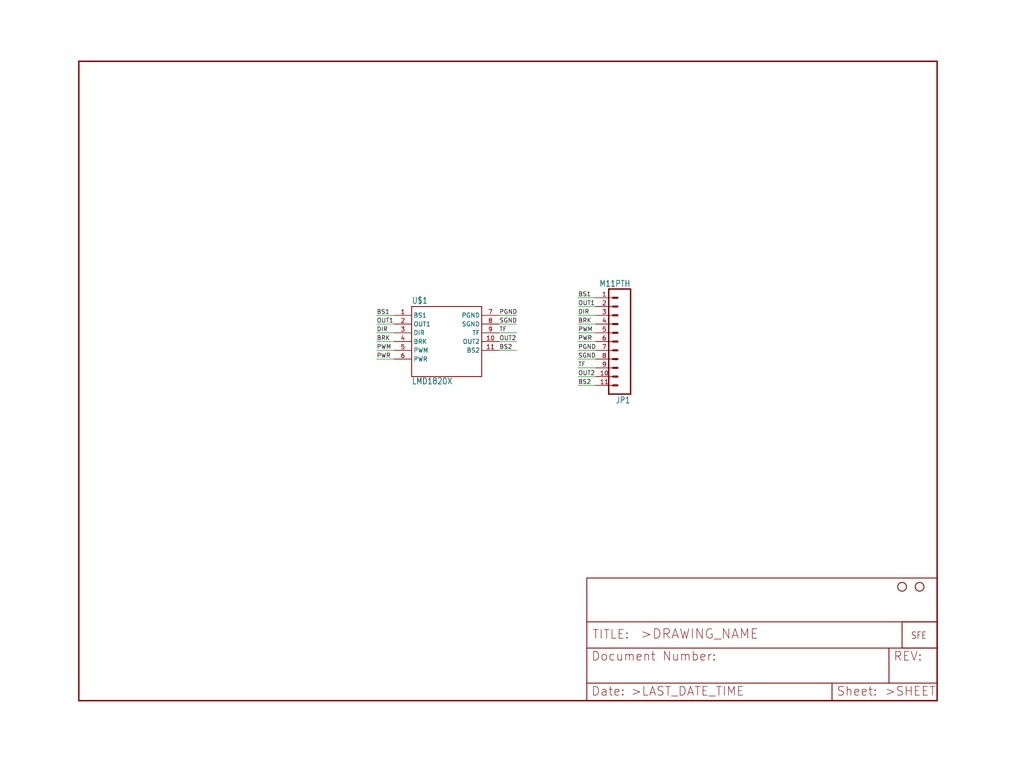
<source format=kicad_sch>
(kicad_sch (version 20211123) (generator eeschema)
  (paper "User" 297.002 223.926)
  (lib_symbols
    (symbol "schematicEagle-eagle-import:FRAME-LETTER"
      (symbol "FRAME-LETTER_1_0"
        (polyline (pts (xy 0 0) (xy 248.92 0)) (stroke (width 0.4064)))
        (polyline (pts (xy 0 185.42) (xy 0 0)) (stroke (width 0.4064)))
        (polyline (pts (xy 0 185.42) (xy 248.92 185.42)) (stroke (width 0.4064)))
        (polyline (pts (xy 248.92 185.42) (xy 248.92 0)) (stroke (width 0.4064)))
      )
      (symbol "FRAME-LETTER_2_0"
        (polyline (pts (xy 0 0) (xy 0 5.08)) (stroke (width 0.254)))
        (polyline (pts (xy 0 0) (xy 71.12 0)) (stroke (width 0.254)))
        (polyline (pts (xy 0 5.08) (xy 0 15.24)) (stroke (width 0.254)))
        (polyline (pts (xy 0 5.08) (xy 71.12 5.08)) (stroke (width 0.254)))
        (polyline (pts (xy 0 15.24) (xy 0 22.86)) (stroke (width 0.254)))
        (polyline (pts (xy 0 22.86) (xy 0 35.56)) (stroke (width 0.254)))
        (polyline (pts (xy 0 22.86) (xy 101.6 22.86)) (stroke (width 0.254)))
        (polyline (pts (xy 71.12 0) (xy 101.6 0)) (stroke (width 0.254)))
        (polyline (pts (xy 71.12 5.08) (xy 71.12 0)) (stroke (width 0.254)))
        (polyline (pts (xy 71.12 5.08) (xy 87.63 5.08)) (stroke (width 0.254)))
        (polyline (pts (xy 87.63 5.08) (xy 101.6 5.08)) (stroke (width 0.254)))
        (polyline (pts (xy 87.63 15.24) (xy 0 15.24)) (stroke (width 0.254)))
        (polyline (pts (xy 87.63 15.24) (xy 87.63 5.08)) (stroke (width 0.254)))
        (polyline (pts (xy 101.6 5.08) (xy 101.6 0)) (stroke (width 0.254)))
        (polyline (pts (xy 101.6 15.24) (xy 87.63 15.24)) (stroke (width 0.254)))
        (polyline (pts (xy 101.6 15.24) (xy 101.6 5.08)) (stroke (width 0.254)))
        (polyline (pts (xy 101.6 22.86) (xy 101.6 15.24)) (stroke (width 0.254)))
        (polyline (pts (xy 101.6 35.56) (xy 0 35.56)) (stroke (width 0.254)))
        (polyline (pts (xy 101.6 35.56) (xy 101.6 22.86)) (stroke (width 0.254)))
        (text ">DRAWING_NAME" (at 15.494 17.78 0) (effects (font (size 2.7432 2.7432)) (justify left bottom)))
        (text ">LAST_DATE_TIME" (at 12.7 1.27 0) (effects (font (size 2.54 2.54)) (justify left bottom)))
        (text ">SHEET" (at 86.36 1.27 0) (effects (font (size 2.54 2.54)) (justify left bottom)))
        (text "Date:" (at 1.27 1.27 0) (effects (font (size 2.54 2.54)) (justify left bottom)))
        (text "Document Number:" (at 1.27 11.43 0) (effects (font (size 2.54 2.54)) (justify left bottom)))
        (text "REV:" (at 88.9 11.43 0) (effects (font (size 2.54 2.54)) (justify left bottom)))
        (text "Sheet:" (at 72.39 1.27 0) (effects (font (size 2.54 2.54)) (justify left bottom)))
        (text "TITLE:" (at 1.524 17.78 0) (effects (font (size 2.54 2.54)) (justify left bottom)))
      )
    )
    (symbol "schematicEagle-eagle-import:LMD1820X"
      (property "Value" "LMD1820X" (at -10.16 -12.446 0))
      (symbol "LMD1820X_1_0"
        (polyline (pts (xy -10.16 -10.16) (xy 10.16 -10.16)) (stroke (width 0.254)))
        (polyline (pts (xy -10.16 10.16) (xy -10.16 -10.16)) (stroke (width 0.254)))
        (polyline (pts (xy 10.16 -10.16) (xy 10.16 10.16)) (stroke (width 0.254)))
        (polyline (pts (xy 10.16 10.16) (xy -10.16 10.16)) (stroke (width 0.254)))
        (pin bidirectional line (at -15.24 7.62 0) (length 5.08) (name "BS1") (number "1"))
        (pin bidirectional line (at 15.24 0 180) (length 5.08) (name "OUT2") (number "10"))
        (pin bidirectional line (at 15.24 -2.54 180) (length 5.08) (name "BS2") (number "11"))
        (pin bidirectional line (at -15.24 5.08 0) (length 5.08) (name "OUT1") (number "2"))
        (pin bidirectional line (at -15.24 2.54 0) (length 5.08) (name "DIR") (number "3"))
        (pin bidirectional line (at -15.24 0 0) (length 5.08) (name "BRK") (number "4"))
        (pin bidirectional line (at -15.24 -2.54 0) (length 5.08) (name "PWM") (number "5"))
        (pin bidirectional line (at -15.24 -5.08 0) (length 5.08) (name "PWR") (number "6"))
        (pin bidirectional line (at 15.24 7.62 180) (length 5.08) (name "PGND") (number "7"))
        (pin bidirectional line (at 15.24 5.08 180) (length 5.08) (name "SGND") (number "8"))
        (pin bidirectional line (at 15.24 2.54 180) (length 5.08) (name "TF") (number "9"))
      )
    )
    (symbol "schematicEagle-eagle-import:LOGO-SFENEW"
      (symbol "LOGO-SFENEW_1_0"
        (polyline (pts (xy -2.54 -2.54) (xy 7.62 -2.54)) (stroke (width 0.254)))
        (polyline (pts (xy -2.54 5.08) (xy -2.54 -2.54)) (stroke (width 0.254)))
        (polyline (pts (xy 7.62 -2.54) (xy 7.62 5.08)) (stroke (width 0.254)))
        (polyline (pts (xy 7.62 5.08) (xy -2.54 5.08)) (stroke (width 0.254)))
        (text "SFE" (at 0 0 0) (effects (font (size 1.9304 1.6408)) (justify left bottom)))
      )
    )
    (symbol "schematicEagle-eagle-import:M11PTH"
      (property "Reference" "JP" (at 0 16.002 0))
      (property "Value" "M11PTH" (at 0 -17.78 0))
      (symbol "M11PTH_1_0"
        (polyline (pts (xy 0 15.24) (xy 0 -15.24)) (stroke (width 0.4064)))
        (polyline (pts (xy 0 15.24) (xy 6.35 15.24)) (stroke (width 0.4064)))
        (polyline (pts (xy 3.81 -12.7) (xy 5.08 -12.7)) (stroke (width 0.6096)))
        (polyline (pts (xy 3.81 -10.16) (xy 5.08 -10.16)) (stroke (width 0.6096)))
        (polyline (pts (xy 3.81 -7.62) (xy 5.08 -7.62)) (stroke (width 0.6096)))
        (polyline (pts (xy 3.81 -5.08) (xy 5.08 -5.08)) (stroke (width 0.6096)))
        (polyline (pts (xy 3.81 -2.54) (xy 5.08 -2.54)) (stroke (width 0.6096)))
        (polyline (pts (xy 3.81 0) (xy 5.08 0)) (stroke (width 0.6096)))
        (polyline (pts (xy 3.81 2.54) (xy 5.08 2.54)) (stroke (width 0.6096)))
        (polyline (pts (xy 3.81 5.08) (xy 5.08 5.08)) (stroke (width 0.6096)))
        (polyline (pts (xy 3.81 7.62) (xy 5.08 7.62)) (stroke (width 0.6096)))
        (polyline (pts (xy 3.81 10.16) (xy 5.08 10.16)) (stroke (width 0.6096)))
        (polyline (pts (xy 3.81 12.7) (xy 5.08 12.7)) (stroke (width 0.6096)))
        (polyline (pts (xy 6.35 -15.24) (xy 0 -15.24)) (stroke (width 0.4064)))
        (polyline (pts (xy 6.35 -15.24) (xy 6.35 15.24)) (stroke (width 0.4064)))
        (pin passive line (at 10.16 -12.7 180) (length 5.08) (name "1") (number "1"))
        (pin passive line (at 10.16 10.16 180) (length 5.08) (name "10") (number "10"))
        (pin passive line (at 10.16 12.7 180) (length 5.08) (name "11") (number "11"))
        (pin passive line (at 10.16 -10.16 180) (length 5.08) (name "2") (number "2"))
        (pin passive line (at 10.16 -7.62 180) (length 5.08) (name "3") (number "3"))
        (pin passive line (at 10.16 -5.08 180) (length 5.08) (name "4") (number "4"))
        (pin passive line (at 10.16 -2.54 180) (length 5.08) (name "5") (number "5"))
        (pin passive line (at 10.16 0 180) (length 5.08) (name "6") (number "6"))
        (pin passive line (at 10.16 2.54 180) (length 5.08) (name "7") (number "7"))
        (pin passive line (at 10.16 5.08 180) (length 5.08) (name "8") (number "8"))
        (pin passive line (at 10.16 7.62 180) (length 5.08) (name "9") (number "9"))
      )
    )
    (symbol "schematicEagle-eagle-import:STAND-OFF"
      (symbol "STAND-OFF_1_0"
        (circle (center 0 0) (radius 1.27) (stroke (width 0.254)))
      )
    )
  )
  (wire (pts (xy 144.78 96.52) (xy 149.86 96.52)))
  (wire (pts (xy 172.72 109.22) (xy 167.64 109.22)))
  (wire (pts (xy 144.78 99.06) (xy 149.86 99.06)))
  (wire (pts (xy 172.72 106.68) (xy 167.64 106.68)))
  (wire (pts (xy 172.72 91.44) (xy 167.64 91.44)))
  (wire (pts (xy 172.72 101.6) (xy 167.64 101.6)))
  (wire (pts (xy 172.72 111.76) (xy 167.64 111.76)))
  (wire (pts (xy 114.3 99.06) (xy 109.22 99.06)))
  (wire (pts (xy 172.72 99.06) (xy 167.64 99.06)))
  (wire (pts (xy 172.72 86.36) (xy 167.64 86.36)))
  (wire (pts (xy 144.78 101.6) (xy 149.86 101.6)))
  (wire (pts (xy 172.72 93.98) (xy 167.64 93.98)))
  (wire (pts (xy 144.78 91.44) (xy 149.86 91.44)))
  (wire (pts (xy 114.3 101.6) (xy 109.22 101.6)))
  (wire (pts (xy 172.72 96.52) (xy 167.64 96.52)))
  (wire (pts (xy 144.78 93.98) (xy 149.86 93.98)))
  (wire (pts (xy 114.3 91.44) (xy 109.22 91.44)))
  (wire (pts (xy 114.3 104.14) (xy 109.22 104.14)))
  (wire (pts (xy 172.72 88.9) (xy 167.64 88.9)))
  (wire (pts (xy 172.72 104.14) (xy 167.64 104.14)))
  (wire (pts (xy 114.3 96.52) (xy 109.22 96.52)))
  (wire (pts (xy 114.3 93.98) (xy 109.22 93.98)))
  (label "TF" (at 167.64 106.68 0) (effects (font (size 1.2446 1.2446))))
  (label "BRK" (at 109.22 99.06 0) (effects (font (size 1.2446 1.2446))))
  (label "SGND" (at 167.64 104.14 0) (effects (font (size 1.2446 1.2446))))
  (label "BS2" (at 144.78 101.6 0) (effects (font (size 1.2446 1.2446))))
  (label "BS2" (at 167.64 111.76 0) (effects (font (size 1.2446 1.2446))))
  (label "PGND" (at 144.78 91.44 0) (effects (font (size 1.2446 1.2446))))
  (label "BS1" (at 167.64 86.36 0) (effects (font (size 1.2446 1.2446))))
  (label "DIR" (at 109.22 96.52 0) (effects (font (size 1.2446 1.2446))))
  (label "PWM" (at 109.22 101.6 0) (effects (font (size 1.2446 1.2446))))
  (label "OUT2" (at 167.64 109.22 0) (effects (font (size 1.2446 1.2446))))
  (label "PWM" (at 167.64 96.52 0) (effects (font (size 1.2446 1.2446))))
  (label "PWR" (at 167.64 99.06 0) (effects (font (size 1.2446 1.2446))))
  (label "OUT2" (at 144.78 99.06 0) (effects (font (size 1.2446 1.2446))))
  (label "OUT1" (at 109.22 93.98 0) (effects (font (size 1.2446 1.2446))))
  (label "DIR" (at 167.64 91.44 0) (effects (font (size 1.2446 1.2446))))
  (label "SGND" (at 144.78 93.98 0) (effects (font (size 1.2446 1.2446))))
  (label "TF" (at 144.78 96.52 0) (effects (font (size 1.2446 1.2446))))
  (label "BRK" (at 167.64 93.98 0) (effects (font (size 1.2446 1.2446))))
  (label "PGND" (at 167.64 101.6 0) (effects (font (size 1.2446 1.2446))))
  (label "OUT1" (at 167.64 88.9 0) (effects (font (size 1.2446 1.2446))))
  (label "PWR" (at 109.22 104.14 0) (effects (font (size 1.2446 1.2446))))
  (label "BS1" (at 109.22 91.44 0) (effects (font (size 1.2446 1.2446))))
  (symbol (lib_id "schematicEagle-eagle-import:FRAME-LETTER") (at 22.86 203.2 0) (unit 1)
    (property "Reference" "#FRAME1" (effects hide))
    (property "Value" "FRAME-LETTER" (effects hide))
    (property "Footprint" "schematicEagle:" (effects hide))
  )
  (symbol (lib_id "schematicEagle-eagle-import:M11PTH") (at 182.88 99.06 180) (unit 1)
    (property "Reference" "JP1" (at 182.88 115.062 0) (effects (font (size 1.778 1.5113)) (justify left bottom)))
    (property "Value" "M11PTH" (at 182.88 81.28 0) (effects (font (size 1.778 1.5113)) (justify left bottom)))
    (property "Footprint" "schematicEagle:1X11" (effects hide))
  )
  (symbol (lib_id "schematicEagle-eagle-import:LMD1820X") (at 129.54 99.06 0) (unit 1)
    (property "Reference" "U$1" (at 119.38 88.138 0) (effects (font (size 1.778 1.5113)) (justify left bottom)))
    (property "Value" "LMD1820X" (at 119.38 111.506 0) (effects (font (size 1.778 1.5113)) (justify left bottom)))
    (property "Footprint" "schematicEagle:TO-220-11LEAD" (effects hide))
  )
  (symbol (lib_id "schematicEagle-eagle-import:LOGO-SFENEW") (at 264.16 185.42 0) (unit 1)
    (property "Reference" "JP5" (effects hide))
    (property "Value" "LOGO-SFENEW" (effects hide))
    (property "Footprint" "schematicEagle:SFE-NEW-WEBLOGO" (effects hide))
  )
  (symbol (lib_id "schematicEagle-eagle-import:STAND-OFF") (at 261.62 170.18 0) (unit 1)
    (property "Reference" "JP3" (effects hide))
    (property "Value" "STAND-OFF" (effects hide))
    (property "Footprint" "schematicEagle:STAND-OFF" (effects hide))
  )
  (symbol (lib_id "schematicEagle-eagle-import:FRAME-LETTER") (at 170.18 203.2 0) (unit 2)
    (property "Reference" "#FRAME1" (effects hide))
    (property "Value" "FRAME-LETTER" (effects hide))
    (property "Footprint" "schematicEagle:" (effects hide))
  )
  (symbol (lib_id "schematicEagle-eagle-import:STAND-OFF") (at 266.7 170.18 0) (unit 1)
    (property "Reference" "JP2" (effects hide))
    (property "Value" "STAND-OFF" (effects hide))
    (property "Footprint" "schematicEagle:STAND-OFF" (effects hide))
  )
)
</source>
